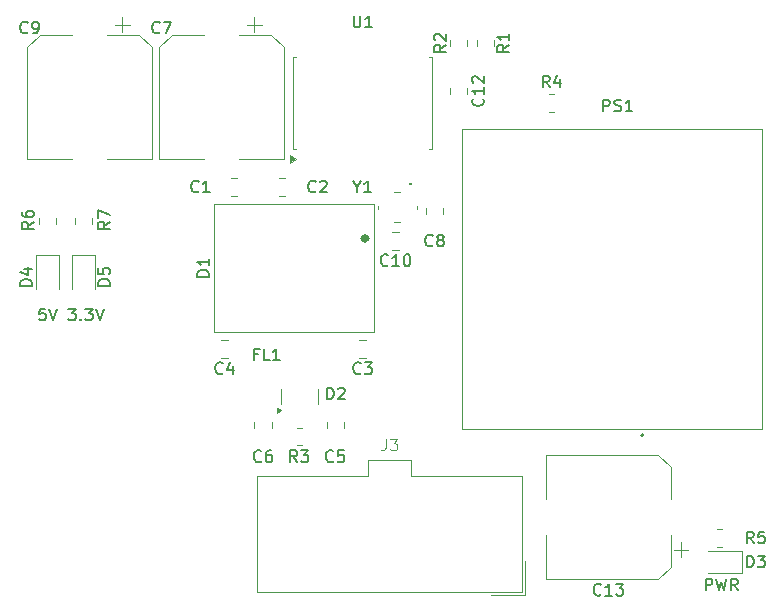
<source format=gbr>
%TF.GenerationSoftware,KiCad,Pcbnew,8.0.3-8.0.3-0~ubuntu23.10.1*%
%TF.CreationDate,2024-09-16T17:13:33+03:00*%
%TF.ProjectId,Raspberry Pi 5 shield,52617370-6265-4727-9279-205069203520,rev?*%
%TF.SameCoordinates,Original*%
%TF.FileFunction,Legend,Top*%
%TF.FilePolarity,Positive*%
%FSLAX46Y46*%
G04 Gerber Fmt 4.6, Leading zero omitted, Abs format (unit mm)*
G04 Created by KiCad (PCBNEW 8.0.3-8.0.3-0~ubuntu23.10.1) date 2024-09-16 17:13:33*
%MOMM*%
%LPD*%
G01*
G04 APERTURE LIST*
%ADD10C,0.150000*%
%ADD11C,0.100000*%
%ADD12C,0.120000*%
%ADD13C,0.200000*%
%ADD14C,0.101600*%
%ADD15C,0.500000*%
G04 APERTURE END LIST*
D10*
X109207541Y-97287819D02*
X109826588Y-97287819D01*
X109826588Y-97287819D02*
X109493255Y-97668771D01*
X109493255Y-97668771D02*
X109636112Y-97668771D01*
X109636112Y-97668771D02*
X109731350Y-97716390D01*
X109731350Y-97716390D02*
X109778969Y-97764009D01*
X109778969Y-97764009D02*
X109826588Y-97859247D01*
X109826588Y-97859247D02*
X109826588Y-98097342D01*
X109826588Y-98097342D02*
X109778969Y-98192580D01*
X109778969Y-98192580D02*
X109731350Y-98240200D01*
X109731350Y-98240200D02*
X109636112Y-98287819D01*
X109636112Y-98287819D02*
X109350398Y-98287819D01*
X109350398Y-98287819D02*
X109255160Y-98240200D01*
X109255160Y-98240200D02*
X109207541Y-98192580D01*
X110255160Y-98192580D02*
X110302779Y-98240200D01*
X110302779Y-98240200D02*
X110255160Y-98287819D01*
X110255160Y-98287819D02*
X110207541Y-98240200D01*
X110207541Y-98240200D02*
X110255160Y-98192580D01*
X110255160Y-98192580D02*
X110255160Y-98287819D01*
X110636112Y-97287819D02*
X111255159Y-97287819D01*
X111255159Y-97287819D02*
X110921826Y-97668771D01*
X110921826Y-97668771D02*
X111064683Y-97668771D01*
X111064683Y-97668771D02*
X111159921Y-97716390D01*
X111159921Y-97716390D02*
X111207540Y-97764009D01*
X111207540Y-97764009D02*
X111255159Y-97859247D01*
X111255159Y-97859247D02*
X111255159Y-98097342D01*
X111255159Y-98097342D02*
X111207540Y-98192580D01*
X111207540Y-98192580D02*
X111159921Y-98240200D01*
X111159921Y-98240200D02*
X111064683Y-98287819D01*
X111064683Y-98287819D02*
X110778969Y-98287819D01*
X110778969Y-98287819D02*
X110683731Y-98240200D01*
X110683731Y-98240200D02*
X110636112Y-98192580D01*
X111540874Y-97287819D02*
X111874207Y-98287819D01*
X111874207Y-98287819D02*
X112207540Y-97287819D01*
X107238969Y-97287819D02*
X106762779Y-97287819D01*
X106762779Y-97287819D02*
X106715160Y-97764009D01*
X106715160Y-97764009D02*
X106762779Y-97716390D01*
X106762779Y-97716390D02*
X106858017Y-97668771D01*
X106858017Y-97668771D02*
X107096112Y-97668771D01*
X107096112Y-97668771D02*
X107191350Y-97716390D01*
X107191350Y-97716390D02*
X107238969Y-97764009D01*
X107238969Y-97764009D02*
X107286588Y-97859247D01*
X107286588Y-97859247D02*
X107286588Y-98097342D01*
X107286588Y-98097342D02*
X107238969Y-98192580D01*
X107238969Y-98192580D02*
X107191350Y-98240200D01*
X107191350Y-98240200D02*
X107096112Y-98287819D01*
X107096112Y-98287819D02*
X106858017Y-98287819D01*
X106858017Y-98287819D02*
X106762779Y-98240200D01*
X106762779Y-98240200D02*
X106715160Y-98192580D01*
X107572303Y-97287819D02*
X107905636Y-98287819D01*
X107905636Y-98287819D02*
X108238969Y-97287819D01*
X163150779Y-121147819D02*
X163150779Y-120147819D01*
X163150779Y-120147819D02*
X163531731Y-120147819D01*
X163531731Y-120147819D02*
X163626969Y-120195438D01*
X163626969Y-120195438D02*
X163674588Y-120243057D01*
X163674588Y-120243057D02*
X163722207Y-120338295D01*
X163722207Y-120338295D02*
X163722207Y-120481152D01*
X163722207Y-120481152D02*
X163674588Y-120576390D01*
X163674588Y-120576390D02*
X163626969Y-120624009D01*
X163626969Y-120624009D02*
X163531731Y-120671628D01*
X163531731Y-120671628D02*
X163150779Y-120671628D01*
X164055541Y-120147819D02*
X164293636Y-121147819D01*
X164293636Y-121147819D02*
X164484112Y-120433533D01*
X164484112Y-120433533D02*
X164674588Y-121147819D01*
X164674588Y-121147819D02*
X164912684Y-120147819D01*
X165865064Y-121147819D02*
X165531731Y-120671628D01*
X165293636Y-121147819D02*
X165293636Y-120147819D01*
X165293636Y-120147819D02*
X165674588Y-120147819D01*
X165674588Y-120147819D02*
X165769826Y-120195438D01*
X165769826Y-120195438D02*
X165817445Y-120243057D01*
X165817445Y-120243057D02*
X165865064Y-120338295D01*
X165865064Y-120338295D02*
X165865064Y-120481152D01*
X165865064Y-120481152D02*
X165817445Y-120576390D01*
X165817445Y-120576390D02*
X165769826Y-120624009D01*
X165769826Y-120624009D02*
X165674588Y-120671628D01*
X165674588Y-120671628D02*
X165293636Y-120671628D01*
X133945333Y-102743580D02*
X133897714Y-102791200D01*
X133897714Y-102791200D02*
X133754857Y-102838819D01*
X133754857Y-102838819D02*
X133659619Y-102838819D01*
X133659619Y-102838819D02*
X133516762Y-102791200D01*
X133516762Y-102791200D02*
X133421524Y-102695961D01*
X133421524Y-102695961D02*
X133373905Y-102600723D01*
X133373905Y-102600723D02*
X133326286Y-102410247D01*
X133326286Y-102410247D02*
X133326286Y-102267390D01*
X133326286Y-102267390D02*
X133373905Y-102076914D01*
X133373905Y-102076914D02*
X133421524Y-101981676D01*
X133421524Y-101981676D02*
X133516762Y-101886438D01*
X133516762Y-101886438D02*
X133659619Y-101838819D01*
X133659619Y-101838819D02*
X133754857Y-101838819D01*
X133754857Y-101838819D02*
X133897714Y-101886438D01*
X133897714Y-101886438D02*
X133945333Y-101934057D01*
X134278667Y-101838819D02*
X134897714Y-101838819D01*
X134897714Y-101838819D02*
X134564381Y-102219771D01*
X134564381Y-102219771D02*
X134707238Y-102219771D01*
X134707238Y-102219771D02*
X134802476Y-102267390D01*
X134802476Y-102267390D02*
X134850095Y-102315009D01*
X134850095Y-102315009D02*
X134897714Y-102410247D01*
X134897714Y-102410247D02*
X134897714Y-102648342D01*
X134897714Y-102648342D02*
X134850095Y-102743580D01*
X134850095Y-102743580D02*
X134802476Y-102791200D01*
X134802476Y-102791200D02*
X134707238Y-102838819D01*
X134707238Y-102838819D02*
X134421524Y-102838819D01*
X134421524Y-102838819D02*
X134326286Y-102791200D01*
X134326286Y-102791200D02*
X134278667Y-102743580D01*
X106253819Y-89948666D02*
X105777628Y-90281999D01*
X106253819Y-90520094D02*
X105253819Y-90520094D01*
X105253819Y-90520094D02*
X105253819Y-90139142D01*
X105253819Y-90139142D02*
X105301438Y-90043904D01*
X105301438Y-90043904D02*
X105349057Y-89996285D01*
X105349057Y-89996285D02*
X105444295Y-89948666D01*
X105444295Y-89948666D02*
X105587152Y-89948666D01*
X105587152Y-89948666D02*
X105682390Y-89996285D01*
X105682390Y-89996285D02*
X105730009Y-90043904D01*
X105730009Y-90043904D02*
X105777628Y-90139142D01*
X105777628Y-90139142D02*
X105777628Y-90520094D01*
X105253819Y-89091523D02*
X105253819Y-89281999D01*
X105253819Y-89281999D02*
X105301438Y-89377237D01*
X105301438Y-89377237D02*
X105349057Y-89424856D01*
X105349057Y-89424856D02*
X105491914Y-89520094D01*
X105491914Y-89520094D02*
X105682390Y-89567713D01*
X105682390Y-89567713D02*
X106063342Y-89567713D01*
X106063342Y-89567713D02*
X106158580Y-89520094D01*
X106158580Y-89520094D02*
X106206200Y-89472475D01*
X106206200Y-89472475D02*
X106253819Y-89377237D01*
X106253819Y-89377237D02*
X106253819Y-89186761D01*
X106253819Y-89186761D02*
X106206200Y-89091523D01*
X106206200Y-89091523D02*
X106158580Y-89043904D01*
X106158580Y-89043904D02*
X106063342Y-88996285D01*
X106063342Y-88996285D02*
X105825247Y-88996285D01*
X105825247Y-88996285D02*
X105730009Y-89043904D01*
X105730009Y-89043904D02*
X105682390Y-89091523D01*
X105682390Y-89091523D02*
X105634771Y-89186761D01*
X105634771Y-89186761D02*
X105634771Y-89377237D01*
X105634771Y-89377237D02*
X105682390Y-89472475D01*
X105682390Y-89472475D02*
X105730009Y-89520094D01*
X105730009Y-89520094D02*
X105825247Y-89567713D01*
X149947333Y-78552819D02*
X149614000Y-78076628D01*
X149375905Y-78552819D02*
X149375905Y-77552819D01*
X149375905Y-77552819D02*
X149756857Y-77552819D01*
X149756857Y-77552819D02*
X149852095Y-77600438D01*
X149852095Y-77600438D02*
X149899714Y-77648057D01*
X149899714Y-77648057D02*
X149947333Y-77743295D01*
X149947333Y-77743295D02*
X149947333Y-77886152D01*
X149947333Y-77886152D02*
X149899714Y-77981390D01*
X149899714Y-77981390D02*
X149852095Y-78029009D01*
X149852095Y-78029009D02*
X149756857Y-78076628D01*
X149756857Y-78076628D02*
X149375905Y-78076628D01*
X150804476Y-77886152D02*
X150804476Y-78552819D01*
X150566381Y-77505200D02*
X150328286Y-78219485D01*
X150328286Y-78219485D02*
X150947333Y-78219485D01*
X120229333Y-87347580D02*
X120181714Y-87395200D01*
X120181714Y-87395200D02*
X120038857Y-87442819D01*
X120038857Y-87442819D02*
X119943619Y-87442819D01*
X119943619Y-87442819D02*
X119800762Y-87395200D01*
X119800762Y-87395200D02*
X119705524Y-87299961D01*
X119705524Y-87299961D02*
X119657905Y-87204723D01*
X119657905Y-87204723D02*
X119610286Y-87014247D01*
X119610286Y-87014247D02*
X119610286Y-86871390D01*
X119610286Y-86871390D02*
X119657905Y-86680914D01*
X119657905Y-86680914D02*
X119705524Y-86585676D01*
X119705524Y-86585676D02*
X119800762Y-86490438D01*
X119800762Y-86490438D02*
X119943619Y-86442819D01*
X119943619Y-86442819D02*
X120038857Y-86442819D01*
X120038857Y-86442819D02*
X120181714Y-86490438D01*
X120181714Y-86490438D02*
X120229333Y-86538057D01*
X121181714Y-87442819D02*
X120610286Y-87442819D01*
X120896000Y-87442819D02*
X120896000Y-86442819D01*
X120896000Y-86442819D02*
X120800762Y-86585676D01*
X120800762Y-86585676D02*
X120705524Y-86680914D01*
X120705524Y-86680914D02*
X120610286Y-86728533D01*
X141170819Y-74962666D02*
X140694628Y-75295999D01*
X141170819Y-75534094D02*
X140170819Y-75534094D01*
X140170819Y-75534094D02*
X140170819Y-75153142D01*
X140170819Y-75153142D02*
X140218438Y-75057904D01*
X140218438Y-75057904D02*
X140266057Y-75010285D01*
X140266057Y-75010285D02*
X140361295Y-74962666D01*
X140361295Y-74962666D02*
X140504152Y-74962666D01*
X140504152Y-74962666D02*
X140599390Y-75010285D01*
X140599390Y-75010285D02*
X140647009Y-75057904D01*
X140647009Y-75057904D02*
X140694628Y-75153142D01*
X140694628Y-75153142D02*
X140694628Y-75534094D01*
X140266057Y-74581713D02*
X140218438Y-74534094D01*
X140218438Y-74534094D02*
X140170819Y-74438856D01*
X140170819Y-74438856D02*
X140170819Y-74200761D01*
X140170819Y-74200761D02*
X140218438Y-74105523D01*
X140218438Y-74105523D02*
X140266057Y-74057904D01*
X140266057Y-74057904D02*
X140361295Y-74010285D01*
X140361295Y-74010285D02*
X140456533Y-74010285D01*
X140456533Y-74010285D02*
X140599390Y-74057904D01*
X140599390Y-74057904D02*
X141170819Y-74629332D01*
X141170819Y-74629332D02*
X141170819Y-74010285D01*
X133635809Y-86966628D02*
X133635809Y-87442819D01*
X133302476Y-86442819D02*
X133635809Y-86966628D01*
X133635809Y-86966628D02*
X133969142Y-86442819D01*
X134826285Y-87442819D02*
X134254857Y-87442819D01*
X134540571Y-87442819D02*
X134540571Y-86442819D01*
X134540571Y-86442819D02*
X134445333Y-86585676D01*
X134445333Y-86585676D02*
X134350095Y-86680914D01*
X134350095Y-86680914D02*
X134254857Y-86728533D01*
X154487714Y-80584819D02*
X154487714Y-79584819D01*
X154487714Y-79584819D02*
X154868666Y-79584819D01*
X154868666Y-79584819D02*
X154963904Y-79632438D01*
X154963904Y-79632438D02*
X155011523Y-79680057D01*
X155011523Y-79680057D02*
X155059142Y-79775295D01*
X155059142Y-79775295D02*
X155059142Y-79918152D01*
X155059142Y-79918152D02*
X155011523Y-80013390D01*
X155011523Y-80013390D02*
X154963904Y-80061009D01*
X154963904Y-80061009D02*
X154868666Y-80108628D01*
X154868666Y-80108628D02*
X154487714Y-80108628D01*
X155440095Y-80537200D02*
X155582952Y-80584819D01*
X155582952Y-80584819D02*
X155821047Y-80584819D01*
X155821047Y-80584819D02*
X155916285Y-80537200D01*
X155916285Y-80537200D02*
X155963904Y-80489580D01*
X155963904Y-80489580D02*
X156011523Y-80394342D01*
X156011523Y-80394342D02*
X156011523Y-80299104D01*
X156011523Y-80299104D02*
X155963904Y-80203866D01*
X155963904Y-80203866D02*
X155916285Y-80156247D01*
X155916285Y-80156247D02*
X155821047Y-80108628D01*
X155821047Y-80108628D02*
X155630571Y-80061009D01*
X155630571Y-80061009D02*
X155535333Y-80013390D01*
X155535333Y-80013390D02*
X155487714Y-79965771D01*
X155487714Y-79965771D02*
X155440095Y-79870533D01*
X155440095Y-79870533D02*
X155440095Y-79775295D01*
X155440095Y-79775295D02*
X155487714Y-79680057D01*
X155487714Y-79680057D02*
X155535333Y-79632438D01*
X155535333Y-79632438D02*
X155630571Y-79584819D01*
X155630571Y-79584819D02*
X155868666Y-79584819D01*
X155868666Y-79584819D02*
X156011523Y-79632438D01*
X156963904Y-80584819D02*
X156392476Y-80584819D01*
X156678190Y-80584819D02*
X156678190Y-79584819D01*
X156678190Y-79584819D02*
X156582952Y-79727676D01*
X156582952Y-79727676D02*
X156487714Y-79822914D01*
X156487714Y-79822914D02*
X156392476Y-79870533D01*
X130135333Y-87347580D02*
X130087714Y-87395200D01*
X130087714Y-87395200D02*
X129944857Y-87442819D01*
X129944857Y-87442819D02*
X129849619Y-87442819D01*
X129849619Y-87442819D02*
X129706762Y-87395200D01*
X129706762Y-87395200D02*
X129611524Y-87299961D01*
X129611524Y-87299961D02*
X129563905Y-87204723D01*
X129563905Y-87204723D02*
X129516286Y-87014247D01*
X129516286Y-87014247D02*
X129516286Y-86871390D01*
X129516286Y-86871390D02*
X129563905Y-86680914D01*
X129563905Y-86680914D02*
X129611524Y-86585676D01*
X129611524Y-86585676D02*
X129706762Y-86490438D01*
X129706762Y-86490438D02*
X129849619Y-86442819D01*
X129849619Y-86442819D02*
X129944857Y-86442819D01*
X129944857Y-86442819D02*
X130087714Y-86490438D01*
X130087714Y-86490438D02*
X130135333Y-86538057D01*
X130516286Y-86538057D02*
X130563905Y-86490438D01*
X130563905Y-86490438D02*
X130659143Y-86442819D01*
X130659143Y-86442819D02*
X130897238Y-86442819D01*
X130897238Y-86442819D02*
X130992476Y-86490438D01*
X130992476Y-86490438D02*
X131040095Y-86538057D01*
X131040095Y-86538057D02*
X131087714Y-86633295D01*
X131087714Y-86633295D02*
X131087714Y-86728533D01*
X131087714Y-86728533D02*
X131040095Y-86871390D01*
X131040095Y-86871390D02*
X130468667Y-87442819D01*
X130468667Y-87442819D02*
X131087714Y-87442819D01*
X131087905Y-104968819D02*
X131087905Y-103968819D01*
X131087905Y-103968819D02*
X131326000Y-103968819D01*
X131326000Y-103968819D02*
X131468857Y-104016438D01*
X131468857Y-104016438D02*
X131564095Y-104111676D01*
X131564095Y-104111676D02*
X131611714Y-104206914D01*
X131611714Y-104206914D02*
X131659333Y-104397390D01*
X131659333Y-104397390D02*
X131659333Y-104540247D01*
X131659333Y-104540247D02*
X131611714Y-104730723D01*
X131611714Y-104730723D02*
X131564095Y-104825961D01*
X131564095Y-104825961D02*
X131468857Y-104921200D01*
X131468857Y-104921200D02*
X131326000Y-104968819D01*
X131326000Y-104968819D02*
X131087905Y-104968819D01*
X132040286Y-104064057D02*
X132087905Y-104016438D01*
X132087905Y-104016438D02*
X132183143Y-103968819D01*
X132183143Y-103968819D02*
X132421238Y-103968819D01*
X132421238Y-103968819D02*
X132516476Y-104016438D01*
X132516476Y-104016438D02*
X132564095Y-104064057D01*
X132564095Y-104064057D02*
X132611714Y-104159295D01*
X132611714Y-104159295D02*
X132611714Y-104254533D01*
X132611714Y-104254533D02*
X132564095Y-104397390D01*
X132564095Y-104397390D02*
X131992667Y-104968819D01*
X131992667Y-104968819D02*
X132611714Y-104968819D01*
X136263142Y-93599580D02*
X136215523Y-93647200D01*
X136215523Y-93647200D02*
X136072666Y-93694819D01*
X136072666Y-93694819D02*
X135977428Y-93694819D01*
X135977428Y-93694819D02*
X135834571Y-93647200D01*
X135834571Y-93647200D02*
X135739333Y-93551961D01*
X135739333Y-93551961D02*
X135691714Y-93456723D01*
X135691714Y-93456723D02*
X135644095Y-93266247D01*
X135644095Y-93266247D02*
X135644095Y-93123390D01*
X135644095Y-93123390D02*
X135691714Y-92932914D01*
X135691714Y-92932914D02*
X135739333Y-92837676D01*
X135739333Y-92837676D02*
X135834571Y-92742438D01*
X135834571Y-92742438D02*
X135977428Y-92694819D01*
X135977428Y-92694819D02*
X136072666Y-92694819D01*
X136072666Y-92694819D02*
X136215523Y-92742438D01*
X136215523Y-92742438D02*
X136263142Y-92790057D01*
X137215523Y-93694819D02*
X136644095Y-93694819D01*
X136929809Y-93694819D02*
X136929809Y-92694819D01*
X136929809Y-92694819D02*
X136834571Y-92837676D01*
X136834571Y-92837676D02*
X136739333Y-92932914D01*
X136739333Y-92932914D02*
X136644095Y-92980533D01*
X137834571Y-92694819D02*
X137929809Y-92694819D01*
X137929809Y-92694819D02*
X138025047Y-92742438D01*
X138025047Y-92742438D02*
X138072666Y-92790057D01*
X138072666Y-92790057D02*
X138120285Y-92885295D01*
X138120285Y-92885295D02*
X138167904Y-93075771D01*
X138167904Y-93075771D02*
X138167904Y-93313866D01*
X138167904Y-93313866D02*
X138120285Y-93504342D01*
X138120285Y-93504342D02*
X138072666Y-93599580D01*
X138072666Y-93599580D02*
X138025047Y-93647200D01*
X138025047Y-93647200D02*
X137929809Y-93694819D01*
X137929809Y-93694819D02*
X137834571Y-93694819D01*
X137834571Y-93694819D02*
X137739333Y-93647200D01*
X137739333Y-93647200D02*
X137691714Y-93599580D01*
X137691714Y-93599580D02*
X137644095Y-93504342D01*
X137644095Y-93504342D02*
X137596476Y-93313866D01*
X137596476Y-93313866D02*
X137596476Y-93075771D01*
X137596476Y-93075771D02*
X137644095Y-92885295D01*
X137644095Y-92885295D02*
X137691714Y-92790057D01*
X137691714Y-92790057D02*
X137739333Y-92742438D01*
X137739333Y-92742438D02*
X137834571Y-92694819D01*
X125525833Y-110187080D02*
X125478214Y-110234700D01*
X125478214Y-110234700D02*
X125335357Y-110282319D01*
X125335357Y-110282319D02*
X125240119Y-110282319D01*
X125240119Y-110282319D02*
X125097262Y-110234700D01*
X125097262Y-110234700D02*
X125002024Y-110139461D01*
X125002024Y-110139461D02*
X124954405Y-110044223D01*
X124954405Y-110044223D02*
X124906786Y-109853747D01*
X124906786Y-109853747D02*
X124906786Y-109710890D01*
X124906786Y-109710890D02*
X124954405Y-109520414D01*
X124954405Y-109520414D02*
X125002024Y-109425176D01*
X125002024Y-109425176D02*
X125097262Y-109329938D01*
X125097262Y-109329938D02*
X125240119Y-109282319D01*
X125240119Y-109282319D02*
X125335357Y-109282319D01*
X125335357Y-109282319D02*
X125478214Y-109329938D01*
X125478214Y-109329938D02*
X125525833Y-109377557D01*
X126382976Y-109282319D02*
X126192500Y-109282319D01*
X126192500Y-109282319D02*
X126097262Y-109329938D01*
X126097262Y-109329938D02*
X126049643Y-109377557D01*
X126049643Y-109377557D02*
X125954405Y-109520414D01*
X125954405Y-109520414D02*
X125906786Y-109710890D01*
X125906786Y-109710890D02*
X125906786Y-110091842D01*
X125906786Y-110091842D02*
X125954405Y-110187080D01*
X125954405Y-110187080D02*
X126002024Y-110234700D01*
X126002024Y-110234700D02*
X126097262Y-110282319D01*
X126097262Y-110282319D02*
X126287738Y-110282319D01*
X126287738Y-110282319D02*
X126382976Y-110234700D01*
X126382976Y-110234700D02*
X126430595Y-110187080D01*
X126430595Y-110187080D02*
X126478214Y-110091842D01*
X126478214Y-110091842D02*
X126478214Y-109853747D01*
X126478214Y-109853747D02*
X126430595Y-109758509D01*
X126430595Y-109758509D02*
X126382976Y-109710890D01*
X126382976Y-109710890D02*
X126287738Y-109663271D01*
X126287738Y-109663271D02*
X126097262Y-109663271D01*
X126097262Y-109663271D02*
X126002024Y-109710890D01*
X126002024Y-109710890D02*
X125954405Y-109758509D01*
X125954405Y-109758509D02*
X125906786Y-109853747D01*
D11*
X136064666Y-108289419D02*
X136064666Y-109003704D01*
X136064666Y-109003704D02*
X136017047Y-109146561D01*
X136017047Y-109146561D02*
X135921809Y-109241800D01*
X135921809Y-109241800D02*
X135778952Y-109289419D01*
X135778952Y-109289419D02*
X135683714Y-109289419D01*
X136445619Y-108289419D02*
X137064666Y-108289419D01*
X137064666Y-108289419D02*
X136731333Y-108670371D01*
X136731333Y-108670371D02*
X136874190Y-108670371D01*
X136874190Y-108670371D02*
X136969428Y-108717990D01*
X136969428Y-108717990D02*
X137017047Y-108765609D01*
X137017047Y-108765609D02*
X137064666Y-108860847D01*
X137064666Y-108860847D02*
X137064666Y-109098942D01*
X137064666Y-109098942D02*
X137017047Y-109194180D01*
X137017047Y-109194180D02*
X136969428Y-109241800D01*
X136969428Y-109241800D02*
X136874190Y-109289419D01*
X136874190Y-109289419D02*
X136588476Y-109289419D01*
X136588476Y-109289419D02*
X136493238Y-109241800D01*
X136493238Y-109241800D02*
X136445619Y-109194180D01*
D10*
X146504819Y-74962666D02*
X146028628Y-75295999D01*
X146504819Y-75534094D02*
X145504819Y-75534094D01*
X145504819Y-75534094D02*
X145504819Y-75153142D01*
X145504819Y-75153142D02*
X145552438Y-75057904D01*
X145552438Y-75057904D02*
X145600057Y-75010285D01*
X145600057Y-75010285D02*
X145695295Y-74962666D01*
X145695295Y-74962666D02*
X145838152Y-74962666D01*
X145838152Y-74962666D02*
X145933390Y-75010285D01*
X145933390Y-75010285D02*
X145981009Y-75057904D01*
X145981009Y-75057904D02*
X146028628Y-75153142D01*
X146028628Y-75153142D02*
X146028628Y-75534094D01*
X146504819Y-74010285D02*
X146504819Y-74581713D01*
X146504819Y-74295999D02*
X145504819Y-74295999D01*
X145504819Y-74295999D02*
X145647676Y-74391237D01*
X145647676Y-74391237D02*
X145742914Y-74486475D01*
X145742914Y-74486475D02*
X145790533Y-74581713D01*
X128573833Y-110282319D02*
X128240500Y-109806128D01*
X128002405Y-110282319D02*
X128002405Y-109282319D01*
X128002405Y-109282319D02*
X128383357Y-109282319D01*
X128383357Y-109282319D02*
X128478595Y-109329938D01*
X128478595Y-109329938D02*
X128526214Y-109377557D01*
X128526214Y-109377557D02*
X128573833Y-109472795D01*
X128573833Y-109472795D02*
X128573833Y-109615652D01*
X128573833Y-109615652D02*
X128526214Y-109710890D01*
X128526214Y-109710890D02*
X128478595Y-109758509D01*
X128478595Y-109758509D02*
X128383357Y-109806128D01*
X128383357Y-109806128D02*
X128002405Y-109806128D01*
X128907167Y-109282319D02*
X129526214Y-109282319D01*
X129526214Y-109282319D02*
X129192881Y-109663271D01*
X129192881Y-109663271D02*
X129335738Y-109663271D01*
X129335738Y-109663271D02*
X129430976Y-109710890D01*
X129430976Y-109710890D02*
X129478595Y-109758509D01*
X129478595Y-109758509D02*
X129526214Y-109853747D01*
X129526214Y-109853747D02*
X129526214Y-110091842D01*
X129526214Y-110091842D02*
X129478595Y-110187080D01*
X129478595Y-110187080D02*
X129430976Y-110234700D01*
X129430976Y-110234700D02*
X129335738Y-110282319D01*
X129335738Y-110282319D02*
X129050024Y-110282319D01*
X129050024Y-110282319D02*
X128954786Y-110234700D01*
X128954786Y-110234700D02*
X128907167Y-110187080D01*
X106118819Y-95364094D02*
X105118819Y-95364094D01*
X105118819Y-95364094D02*
X105118819Y-95125999D01*
X105118819Y-95125999D02*
X105166438Y-94983142D01*
X105166438Y-94983142D02*
X105261676Y-94887904D01*
X105261676Y-94887904D02*
X105356914Y-94840285D01*
X105356914Y-94840285D02*
X105547390Y-94792666D01*
X105547390Y-94792666D02*
X105690247Y-94792666D01*
X105690247Y-94792666D02*
X105880723Y-94840285D01*
X105880723Y-94840285D02*
X105975961Y-94887904D01*
X105975961Y-94887904D02*
X106071200Y-94983142D01*
X106071200Y-94983142D02*
X106118819Y-95125999D01*
X106118819Y-95125999D02*
X106118819Y-95364094D01*
X105452152Y-93935523D02*
X106118819Y-93935523D01*
X105071200Y-94173618D02*
X105785485Y-94411713D01*
X105785485Y-94411713D02*
X105785485Y-93792666D01*
X154297142Y-121487580D02*
X154249523Y-121535200D01*
X154249523Y-121535200D02*
X154106666Y-121582819D01*
X154106666Y-121582819D02*
X154011428Y-121582819D01*
X154011428Y-121582819D02*
X153868571Y-121535200D01*
X153868571Y-121535200D02*
X153773333Y-121439961D01*
X153773333Y-121439961D02*
X153725714Y-121344723D01*
X153725714Y-121344723D02*
X153678095Y-121154247D01*
X153678095Y-121154247D02*
X153678095Y-121011390D01*
X153678095Y-121011390D02*
X153725714Y-120820914D01*
X153725714Y-120820914D02*
X153773333Y-120725676D01*
X153773333Y-120725676D02*
X153868571Y-120630438D01*
X153868571Y-120630438D02*
X154011428Y-120582819D01*
X154011428Y-120582819D02*
X154106666Y-120582819D01*
X154106666Y-120582819D02*
X154249523Y-120630438D01*
X154249523Y-120630438D02*
X154297142Y-120678057D01*
X155249523Y-121582819D02*
X154678095Y-121582819D01*
X154963809Y-121582819D02*
X154963809Y-120582819D01*
X154963809Y-120582819D02*
X154868571Y-120725676D01*
X154868571Y-120725676D02*
X154773333Y-120820914D01*
X154773333Y-120820914D02*
X154678095Y-120868533D01*
X155582857Y-120582819D02*
X156201904Y-120582819D01*
X156201904Y-120582819D02*
X155868571Y-120963771D01*
X155868571Y-120963771D02*
X156011428Y-120963771D01*
X156011428Y-120963771D02*
X156106666Y-121011390D01*
X156106666Y-121011390D02*
X156154285Y-121059009D01*
X156154285Y-121059009D02*
X156201904Y-121154247D01*
X156201904Y-121154247D02*
X156201904Y-121392342D01*
X156201904Y-121392342D02*
X156154285Y-121487580D01*
X156154285Y-121487580D02*
X156106666Y-121535200D01*
X156106666Y-121535200D02*
X156011428Y-121582819D01*
X156011428Y-121582819D02*
X155725714Y-121582819D01*
X155725714Y-121582819D02*
X155630476Y-121535200D01*
X155630476Y-121535200D02*
X155582857Y-121487580D01*
X116927333Y-73885580D02*
X116879714Y-73933200D01*
X116879714Y-73933200D02*
X116736857Y-73980819D01*
X116736857Y-73980819D02*
X116641619Y-73980819D01*
X116641619Y-73980819D02*
X116498762Y-73933200D01*
X116498762Y-73933200D02*
X116403524Y-73837961D01*
X116403524Y-73837961D02*
X116355905Y-73742723D01*
X116355905Y-73742723D02*
X116308286Y-73552247D01*
X116308286Y-73552247D02*
X116308286Y-73409390D01*
X116308286Y-73409390D02*
X116355905Y-73218914D01*
X116355905Y-73218914D02*
X116403524Y-73123676D01*
X116403524Y-73123676D02*
X116498762Y-73028438D01*
X116498762Y-73028438D02*
X116641619Y-72980819D01*
X116641619Y-72980819D02*
X116736857Y-72980819D01*
X116736857Y-72980819D02*
X116879714Y-73028438D01*
X116879714Y-73028438D02*
X116927333Y-73076057D01*
X117260667Y-72980819D02*
X117927333Y-72980819D01*
X117927333Y-72980819D02*
X117498762Y-73980819D01*
X125245904Y-101143009D02*
X124912571Y-101143009D01*
X124912571Y-101666819D02*
X124912571Y-100666819D01*
X124912571Y-100666819D02*
X125388761Y-100666819D01*
X126245904Y-101666819D02*
X125769714Y-101666819D01*
X125769714Y-101666819D02*
X125769714Y-100666819D01*
X127103047Y-101666819D02*
X126531619Y-101666819D01*
X126817333Y-101666819D02*
X126817333Y-100666819D01*
X126817333Y-100666819D02*
X126722095Y-100809676D01*
X126722095Y-100809676D02*
X126626857Y-100904914D01*
X126626857Y-100904914D02*
X126531619Y-100952533D01*
X167219333Y-117160819D02*
X166886000Y-116684628D01*
X166647905Y-117160819D02*
X166647905Y-116160819D01*
X166647905Y-116160819D02*
X167028857Y-116160819D01*
X167028857Y-116160819D02*
X167124095Y-116208438D01*
X167124095Y-116208438D02*
X167171714Y-116256057D01*
X167171714Y-116256057D02*
X167219333Y-116351295D01*
X167219333Y-116351295D02*
X167219333Y-116494152D01*
X167219333Y-116494152D02*
X167171714Y-116589390D01*
X167171714Y-116589390D02*
X167124095Y-116637009D01*
X167124095Y-116637009D02*
X167028857Y-116684628D01*
X167028857Y-116684628D02*
X166647905Y-116684628D01*
X168124095Y-116160819D02*
X167647905Y-116160819D01*
X167647905Y-116160819D02*
X167600286Y-116637009D01*
X167600286Y-116637009D02*
X167647905Y-116589390D01*
X167647905Y-116589390D02*
X167743143Y-116541771D01*
X167743143Y-116541771D02*
X167981238Y-116541771D01*
X167981238Y-116541771D02*
X168076476Y-116589390D01*
X168076476Y-116589390D02*
X168124095Y-116637009D01*
X168124095Y-116637009D02*
X168171714Y-116732247D01*
X168171714Y-116732247D02*
X168171714Y-116970342D01*
X168171714Y-116970342D02*
X168124095Y-117065580D01*
X168124095Y-117065580D02*
X168076476Y-117113200D01*
X168076476Y-117113200D02*
X167981238Y-117160819D01*
X167981238Y-117160819D02*
X167743143Y-117160819D01*
X167743143Y-117160819D02*
X167647905Y-117113200D01*
X167647905Y-117113200D02*
X167600286Y-117065580D01*
X166647905Y-119192819D02*
X166647905Y-118192819D01*
X166647905Y-118192819D02*
X166886000Y-118192819D01*
X166886000Y-118192819D02*
X167028857Y-118240438D01*
X167028857Y-118240438D02*
X167124095Y-118335676D01*
X167124095Y-118335676D02*
X167171714Y-118430914D01*
X167171714Y-118430914D02*
X167219333Y-118621390D01*
X167219333Y-118621390D02*
X167219333Y-118764247D01*
X167219333Y-118764247D02*
X167171714Y-118954723D01*
X167171714Y-118954723D02*
X167124095Y-119049961D01*
X167124095Y-119049961D02*
X167028857Y-119145200D01*
X167028857Y-119145200D02*
X166886000Y-119192819D01*
X166886000Y-119192819D02*
X166647905Y-119192819D01*
X167552667Y-118192819D02*
X168171714Y-118192819D01*
X168171714Y-118192819D02*
X167838381Y-118573771D01*
X167838381Y-118573771D02*
X167981238Y-118573771D01*
X167981238Y-118573771D02*
X168076476Y-118621390D01*
X168076476Y-118621390D02*
X168124095Y-118669009D01*
X168124095Y-118669009D02*
X168171714Y-118764247D01*
X168171714Y-118764247D02*
X168171714Y-119002342D01*
X168171714Y-119002342D02*
X168124095Y-119097580D01*
X168124095Y-119097580D02*
X168076476Y-119145200D01*
X168076476Y-119145200D02*
X167981238Y-119192819D01*
X167981238Y-119192819D02*
X167695524Y-119192819D01*
X167695524Y-119192819D02*
X167600286Y-119145200D01*
X167600286Y-119145200D02*
X167552667Y-119097580D01*
X140041333Y-91919580D02*
X139993714Y-91967200D01*
X139993714Y-91967200D02*
X139850857Y-92014819D01*
X139850857Y-92014819D02*
X139755619Y-92014819D01*
X139755619Y-92014819D02*
X139612762Y-91967200D01*
X139612762Y-91967200D02*
X139517524Y-91871961D01*
X139517524Y-91871961D02*
X139469905Y-91776723D01*
X139469905Y-91776723D02*
X139422286Y-91586247D01*
X139422286Y-91586247D02*
X139422286Y-91443390D01*
X139422286Y-91443390D02*
X139469905Y-91252914D01*
X139469905Y-91252914D02*
X139517524Y-91157676D01*
X139517524Y-91157676D02*
X139612762Y-91062438D01*
X139612762Y-91062438D02*
X139755619Y-91014819D01*
X139755619Y-91014819D02*
X139850857Y-91014819D01*
X139850857Y-91014819D02*
X139993714Y-91062438D01*
X139993714Y-91062438D02*
X140041333Y-91110057D01*
X140612762Y-91443390D02*
X140517524Y-91395771D01*
X140517524Y-91395771D02*
X140469905Y-91348152D01*
X140469905Y-91348152D02*
X140422286Y-91252914D01*
X140422286Y-91252914D02*
X140422286Y-91205295D01*
X140422286Y-91205295D02*
X140469905Y-91110057D01*
X140469905Y-91110057D02*
X140517524Y-91062438D01*
X140517524Y-91062438D02*
X140612762Y-91014819D01*
X140612762Y-91014819D02*
X140803238Y-91014819D01*
X140803238Y-91014819D02*
X140898476Y-91062438D01*
X140898476Y-91062438D02*
X140946095Y-91110057D01*
X140946095Y-91110057D02*
X140993714Y-91205295D01*
X140993714Y-91205295D02*
X140993714Y-91252914D01*
X140993714Y-91252914D02*
X140946095Y-91348152D01*
X140946095Y-91348152D02*
X140898476Y-91395771D01*
X140898476Y-91395771D02*
X140803238Y-91443390D01*
X140803238Y-91443390D02*
X140612762Y-91443390D01*
X140612762Y-91443390D02*
X140517524Y-91491009D01*
X140517524Y-91491009D02*
X140469905Y-91538628D01*
X140469905Y-91538628D02*
X140422286Y-91633866D01*
X140422286Y-91633866D02*
X140422286Y-91824342D01*
X140422286Y-91824342D02*
X140469905Y-91919580D01*
X140469905Y-91919580D02*
X140517524Y-91967200D01*
X140517524Y-91967200D02*
X140612762Y-92014819D01*
X140612762Y-92014819D02*
X140803238Y-92014819D01*
X140803238Y-92014819D02*
X140898476Y-91967200D01*
X140898476Y-91967200D02*
X140946095Y-91919580D01*
X140946095Y-91919580D02*
X140993714Y-91824342D01*
X140993714Y-91824342D02*
X140993714Y-91633866D01*
X140993714Y-91633866D02*
X140946095Y-91538628D01*
X140946095Y-91538628D02*
X140898476Y-91491009D01*
X140898476Y-91491009D02*
X140803238Y-91443390D01*
X144279580Y-79502857D02*
X144327200Y-79550476D01*
X144327200Y-79550476D02*
X144374819Y-79693333D01*
X144374819Y-79693333D02*
X144374819Y-79788571D01*
X144374819Y-79788571D02*
X144327200Y-79931428D01*
X144327200Y-79931428D02*
X144231961Y-80026666D01*
X144231961Y-80026666D02*
X144136723Y-80074285D01*
X144136723Y-80074285D02*
X143946247Y-80121904D01*
X143946247Y-80121904D02*
X143803390Y-80121904D01*
X143803390Y-80121904D02*
X143612914Y-80074285D01*
X143612914Y-80074285D02*
X143517676Y-80026666D01*
X143517676Y-80026666D02*
X143422438Y-79931428D01*
X143422438Y-79931428D02*
X143374819Y-79788571D01*
X143374819Y-79788571D02*
X143374819Y-79693333D01*
X143374819Y-79693333D02*
X143422438Y-79550476D01*
X143422438Y-79550476D02*
X143470057Y-79502857D01*
X144374819Y-78550476D02*
X144374819Y-79121904D01*
X144374819Y-78836190D02*
X143374819Y-78836190D01*
X143374819Y-78836190D02*
X143517676Y-78931428D01*
X143517676Y-78931428D02*
X143612914Y-79026666D01*
X143612914Y-79026666D02*
X143660533Y-79121904D01*
X143470057Y-78169523D02*
X143422438Y-78121904D01*
X143422438Y-78121904D02*
X143374819Y-78026666D01*
X143374819Y-78026666D02*
X143374819Y-77788571D01*
X143374819Y-77788571D02*
X143422438Y-77693333D01*
X143422438Y-77693333D02*
X143470057Y-77645714D01*
X143470057Y-77645714D02*
X143565295Y-77598095D01*
X143565295Y-77598095D02*
X143660533Y-77598095D01*
X143660533Y-77598095D02*
X143803390Y-77645714D01*
X143803390Y-77645714D02*
X144374819Y-78217142D01*
X144374819Y-78217142D02*
X144374819Y-77598095D01*
X112701819Y-89948666D02*
X112225628Y-90281999D01*
X112701819Y-90520094D02*
X111701819Y-90520094D01*
X111701819Y-90520094D02*
X111701819Y-90139142D01*
X111701819Y-90139142D02*
X111749438Y-90043904D01*
X111749438Y-90043904D02*
X111797057Y-89996285D01*
X111797057Y-89996285D02*
X111892295Y-89948666D01*
X111892295Y-89948666D02*
X112035152Y-89948666D01*
X112035152Y-89948666D02*
X112130390Y-89996285D01*
X112130390Y-89996285D02*
X112178009Y-90043904D01*
X112178009Y-90043904D02*
X112225628Y-90139142D01*
X112225628Y-90139142D02*
X112225628Y-90520094D01*
X111701819Y-89615332D02*
X111701819Y-88948666D01*
X111701819Y-88948666D02*
X112701819Y-89377237D01*
X133350095Y-72472819D02*
X133350095Y-73282342D01*
X133350095Y-73282342D02*
X133397714Y-73377580D01*
X133397714Y-73377580D02*
X133445333Y-73425200D01*
X133445333Y-73425200D02*
X133540571Y-73472819D01*
X133540571Y-73472819D02*
X133731047Y-73472819D01*
X133731047Y-73472819D02*
X133826285Y-73425200D01*
X133826285Y-73425200D02*
X133873904Y-73377580D01*
X133873904Y-73377580D02*
X133921523Y-73282342D01*
X133921523Y-73282342D02*
X133921523Y-72472819D01*
X134921523Y-73472819D02*
X134350095Y-73472819D01*
X134635809Y-73472819D02*
X134635809Y-72472819D01*
X134635809Y-72472819D02*
X134540571Y-72615676D01*
X134540571Y-72615676D02*
X134445333Y-72710914D01*
X134445333Y-72710914D02*
X134350095Y-72758533D01*
X121104819Y-94584094D02*
X120104819Y-94584094D01*
X120104819Y-94584094D02*
X120104819Y-94345999D01*
X120104819Y-94345999D02*
X120152438Y-94203142D01*
X120152438Y-94203142D02*
X120247676Y-94107904D01*
X120247676Y-94107904D02*
X120342914Y-94060285D01*
X120342914Y-94060285D02*
X120533390Y-94012666D01*
X120533390Y-94012666D02*
X120676247Y-94012666D01*
X120676247Y-94012666D02*
X120866723Y-94060285D01*
X120866723Y-94060285D02*
X120961961Y-94107904D01*
X120961961Y-94107904D02*
X121057200Y-94203142D01*
X121057200Y-94203142D02*
X121104819Y-94345999D01*
X121104819Y-94345999D02*
X121104819Y-94584094D01*
X121104819Y-93060285D02*
X121104819Y-93631713D01*
X121104819Y-93345999D02*
X120104819Y-93345999D01*
X120104819Y-93345999D02*
X120247676Y-93441237D01*
X120247676Y-93441237D02*
X120342914Y-93536475D01*
X120342914Y-93536475D02*
X120390533Y-93631713D01*
X112722819Y-95346094D02*
X111722819Y-95346094D01*
X111722819Y-95346094D02*
X111722819Y-95107999D01*
X111722819Y-95107999D02*
X111770438Y-94965142D01*
X111770438Y-94965142D02*
X111865676Y-94869904D01*
X111865676Y-94869904D02*
X111960914Y-94822285D01*
X111960914Y-94822285D02*
X112151390Y-94774666D01*
X112151390Y-94774666D02*
X112294247Y-94774666D01*
X112294247Y-94774666D02*
X112484723Y-94822285D01*
X112484723Y-94822285D02*
X112579961Y-94869904D01*
X112579961Y-94869904D02*
X112675200Y-94965142D01*
X112675200Y-94965142D02*
X112722819Y-95107999D01*
X112722819Y-95107999D02*
X112722819Y-95346094D01*
X111722819Y-93869904D02*
X111722819Y-94346094D01*
X111722819Y-94346094D02*
X112199009Y-94393713D01*
X112199009Y-94393713D02*
X112151390Y-94346094D01*
X112151390Y-94346094D02*
X112103771Y-94250856D01*
X112103771Y-94250856D02*
X112103771Y-94012761D01*
X112103771Y-94012761D02*
X112151390Y-93917523D01*
X112151390Y-93917523D02*
X112199009Y-93869904D01*
X112199009Y-93869904D02*
X112294247Y-93822285D01*
X112294247Y-93822285D02*
X112532342Y-93822285D01*
X112532342Y-93822285D02*
X112627580Y-93869904D01*
X112627580Y-93869904D02*
X112675200Y-93917523D01*
X112675200Y-93917523D02*
X112722819Y-94012761D01*
X112722819Y-94012761D02*
X112722819Y-94250856D01*
X112722819Y-94250856D02*
X112675200Y-94346094D01*
X112675200Y-94346094D02*
X112627580Y-94393713D01*
X131621833Y-110187080D02*
X131574214Y-110234700D01*
X131574214Y-110234700D02*
X131431357Y-110282319D01*
X131431357Y-110282319D02*
X131336119Y-110282319D01*
X131336119Y-110282319D02*
X131193262Y-110234700D01*
X131193262Y-110234700D02*
X131098024Y-110139461D01*
X131098024Y-110139461D02*
X131050405Y-110044223D01*
X131050405Y-110044223D02*
X131002786Y-109853747D01*
X131002786Y-109853747D02*
X131002786Y-109710890D01*
X131002786Y-109710890D02*
X131050405Y-109520414D01*
X131050405Y-109520414D02*
X131098024Y-109425176D01*
X131098024Y-109425176D02*
X131193262Y-109329938D01*
X131193262Y-109329938D02*
X131336119Y-109282319D01*
X131336119Y-109282319D02*
X131431357Y-109282319D01*
X131431357Y-109282319D02*
X131574214Y-109329938D01*
X131574214Y-109329938D02*
X131621833Y-109377557D01*
X132526595Y-109282319D02*
X132050405Y-109282319D01*
X132050405Y-109282319D02*
X132002786Y-109758509D01*
X132002786Y-109758509D02*
X132050405Y-109710890D01*
X132050405Y-109710890D02*
X132145643Y-109663271D01*
X132145643Y-109663271D02*
X132383738Y-109663271D01*
X132383738Y-109663271D02*
X132478976Y-109710890D01*
X132478976Y-109710890D02*
X132526595Y-109758509D01*
X132526595Y-109758509D02*
X132574214Y-109853747D01*
X132574214Y-109853747D02*
X132574214Y-110091842D01*
X132574214Y-110091842D02*
X132526595Y-110187080D01*
X132526595Y-110187080D02*
X132478976Y-110234700D01*
X132478976Y-110234700D02*
X132383738Y-110282319D01*
X132383738Y-110282319D02*
X132145643Y-110282319D01*
X132145643Y-110282319D02*
X132050405Y-110234700D01*
X132050405Y-110234700D02*
X132002786Y-110187080D01*
X105751333Y-73885580D02*
X105703714Y-73933200D01*
X105703714Y-73933200D02*
X105560857Y-73980819D01*
X105560857Y-73980819D02*
X105465619Y-73980819D01*
X105465619Y-73980819D02*
X105322762Y-73933200D01*
X105322762Y-73933200D02*
X105227524Y-73837961D01*
X105227524Y-73837961D02*
X105179905Y-73742723D01*
X105179905Y-73742723D02*
X105132286Y-73552247D01*
X105132286Y-73552247D02*
X105132286Y-73409390D01*
X105132286Y-73409390D02*
X105179905Y-73218914D01*
X105179905Y-73218914D02*
X105227524Y-73123676D01*
X105227524Y-73123676D02*
X105322762Y-73028438D01*
X105322762Y-73028438D02*
X105465619Y-72980819D01*
X105465619Y-72980819D02*
X105560857Y-72980819D01*
X105560857Y-72980819D02*
X105703714Y-73028438D01*
X105703714Y-73028438D02*
X105751333Y-73076057D01*
X106227524Y-73980819D02*
X106418000Y-73980819D01*
X106418000Y-73980819D02*
X106513238Y-73933200D01*
X106513238Y-73933200D02*
X106560857Y-73885580D01*
X106560857Y-73885580D02*
X106656095Y-73742723D01*
X106656095Y-73742723D02*
X106703714Y-73552247D01*
X106703714Y-73552247D02*
X106703714Y-73171295D01*
X106703714Y-73171295D02*
X106656095Y-73076057D01*
X106656095Y-73076057D02*
X106608476Y-73028438D01*
X106608476Y-73028438D02*
X106513238Y-72980819D01*
X106513238Y-72980819D02*
X106322762Y-72980819D01*
X106322762Y-72980819D02*
X106227524Y-73028438D01*
X106227524Y-73028438D02*
X106179905Y-73076057D01*
X106179905Y-73076057D02*
X106132286Y-73171295D01*
X106132286Y-73171295D02*
X106132286Y-73409390D01*
X106132286Y-73409390D02*
X106179905Y-73504628D01*
X106179905Y-73504628D02*
X106227524Y-73552247D01*
X106227524Y-73552247D02*
X106322762Y-73599866D01*
X106322762Y-73599866D02*
X106513238Y-73599866D01*
X106513238Y-73599866D02*
X106608476Y-73552247D01*
X106608476Y-73552247D02*
X106656095Y-73504628D01*
X106656095Y-73504628D02*
X106703714Y-73409390D01*
X122261333Y-102743580D02*
X122213714Y-102791200D01*
X122213714Y-102791200D02*
X122070857Y-102838819D01*
X122070857Y-102838819D02*
X121975619Y-102838819D01*
X121975619Y-102838819D02*
X121832762Y-102791200D01*
X121832762Y-102791200D02*
X121737524Y-102695961D01*
X121737524Y-102695961D02*
X121689905Y-102600723D01*
X121689905Y-102600723D02*
X121642286Y-102410247D01*
X121642286Y-102410247D02*
X121642286Y-102267390D01*
X121642286Y-102267390D02*
X121689905Y-102076914D01*
X121689905Y-102076914D02*
X121737524Y-101981676D01*
X121737524Y-101981676D02*
X121832762Y-101886438D01*
X121832762Y-101886438D02*
X121975619Y-101838819D01*
X121975619Y-101838819D02*
X122070857Y-101838819D01*
X122070857Y-101838819D02*
X122213714Y-101886438D01*
X122213714Y-101886438D02*
X122261333Y-101934057D01*
X123118476Y-102172152D02*
X123118476Y-102838819D01*
X122880381Y-101791200D02*
X122642286Y-102505485D01*
X122642286Y-102505485D02*
X123261333Y-102505485D01*
D12*
%TO.C,C3*%
X134373252Y-99969000D02*
X133850748Y-99969000D01*
X134373252Y-101439000D02*
X133850748Y-101439000D01*
%TO.C,R6*%
X106707000Y-90099064D02*
X106707000Y-89644936D01*
X108177000Y-90099064D02*
X108177000Y-89644936D01*
%TO.C,R4*%
X150341064Y-79141000D02*
X149886936Y-79141000D01*
X150341064Y-80611000D02*
X149886936Y-80611000D01*
%TO.C,C1*%
X123490152Y-86253000D02*
X122967648Y-86253000D01*
X123490152Y-87723000D02*
X122967648Y-87723000D01*
%TO.C,R2*%
X141505000Y-74568936D02*
X141505000Y-75023064D01*
X142975000Y-74568936D02*
X142975000Y-75023064D01*
D11*
%TO.C,Y1*%
X135379000Y-88839000D02*
X135379000Y-88585000D01*
X137284000Y-87442000D02*
X136776000Y-87442000D01*
X137284000Y-89982000D02*
X136776000Y-89982000D01*
D13*
X138130000Y-86712000D02*
X138130000Y-86712000D01*
X138230000Y-86712000D02*
X138230000Y-86712000D01*
X138230000Y-86712000D02*
X138230000Y-86712000D01*
D11*
X138681000Y-88585000D02*
X138681000Y-88839000D01*
D13*
X138130000Y-86712000D02*
G75*
G02*
X138230000Y-86712000I50000J0D01*
G01*
X138130000Y-86712000D02*
G75*
G02*
X138230000Y-86712000I50000J0D01*
G01*
X138230000Y-86712000D02*
G75*
G02*
X138130000Y-86712000I-50000J0D01*
G01*
D11*
%TO.C,PS1*%
X142494000Y-82116000D02*
X167894000Y-82116000D01*
X142494000Y-107516000D02*
X142494000Y-82116000D01*
D13*
X157694000Y-108016000D02*
X157694000Y-108016000D01*
X157894000Y-108016000D02*
X157894000Y-108016000D01*
D11*
X167894000Y-82116000D02*
X167894000Y-107516000D01*
X167894000Y-107516000D02*
X142494000Y-107516000D01*
D13*
X157694000Y-108016000D02*
G75*
G02*
X157894000Y-108016000I100000J0D01*
G01*
X157894000Y-108016000D02*
G75*
G02*
X157694000Y-108016000I-100000J0D01*
G01*
D12*
%TO.C,C2*%
X127554152Y-86253000D02*
X127031648Y-86253000D01*
X127554152Y-87723000D02*
X127031648Y-87723000D01*
%TO.C,D2*%
X127180500Y-104747500D02*
X127180500Y-104097500D01*
X127180500Y-104747500D02*
X127180500Y-105397500D01*
X130300500Y-104747500D02*
X130300500Y-104097500D01*
X130300500Y-104747500D02*
X130300500Y-105397500D01*
X127230500Y-105910000D02*
X126900500Y-106150000D01*
X126900500Y-105670000D01*
X127230500Y-105910000D01*
G36*
X127230500Y-105910000D02*
G01*
X126900500Y-106150000D01*
X126900500Y-105670000D01*
X127230500Y-105910000D01*
G37*
%TO.C,C10*%
X137167252Y-90825000D02*
X136644748Y-90825000D01*
X137167252Y-92295000D02*
X136644748Y-92295000D01*
%TO.C,C6*%
X124957500Y-107373252D02*
X124957500Y-106850748D01*
X126427500Y-107373252D02*
X126427500Y-106850748D01*
%TO.C,J3*%
X125188000Y-111480000D02*
X134588000Y-111480000D01*
X125188000Y-121300000D02*
X125188000Y-111480000D01*
X134588000Y-110080000D02*
X136398000Y-110080000D01*
X134588000Y-111480000D02*
X134588000Y-110080000D01*
X136398000Y-121300000D02*
X125188000Y-121300000D01*
X136398000Y-121300000D02*
X147608000Y-121300000D01*
X138208000Y-110080000D02*
X136398000Y-110080000D01*
X138208000Y-111480000D02*
X138208000Y-110080000D01*
X144998000Y-121540000D02*
X147848000Y-121540000D01*
X147608000Y-111480000D02*
X138208000Y-111480000D01*
X147608000Y-121300000D02*
X147608000Y-111480000D01*
X147848000Y-121540000D02*
X147848000Y-118690000D01*
%TO.C,R1*%
X143791000Y-75023064D02*
X143791000Y-74568936D01*
X145261000Y-75023064D02*
X145261000Y-74568936D01*
%TO.C,R3*%
X128534936Y-107393000D02*
X128989064Y-107393000D01*
X128534936Y-108863000D02*
X128989064Y-108863000D01*
%TO.C,D4*%
X106482000Y-92757000D02*
X106482000Y-95617000D01*
X108402000Y-92757000D02*
X106482000Y-92757000D01*
X108402000Y-95617000D02*
X108402000Y-92757000D01*
%TO.C,C13*%
X149680000Y-109668000D02*
X149680000Y-113418000D01*
X149680000Y-120188000D02*
X149680000Y-116438000D01*
X159135563Y-109668000D02*
X149680000Y-109668000D01*
X159135563Y-120188000D02*
X149680000Y-120188000D01*
X160200000Y-110732437D02*
X159135563Y-109668000D01*
X160200000Y-110732437D02*
X160200000Y-113418000D01*
X160200000Y-119123563D02*
X159135563Y-120188000D01*
X160200000Y-119123563D02*
X160200000Y-116438000D01*
X161065000Y-118313000D02*
X161065000Y-117063000D01*
X161690000Y-117688000D02*
X160440000Y-117688000D01*
%TO.C,C7*%
X116914000Y-75172437D02*
X116914000Y-84628000D01*
X116914000Y-84628000D02*
X120664000Y-84628000D01*
X117978437Y-74108000D02*
X116914000Y-75172437D01*
X117978437Y-74108000D02*
X120664000Y-74108000D01*
X124934000Y-72618000D02*
X124934000Y-73868000D01*
X125559000Y-73243000D02*
X124309000Y-73243000D01*
X126369563Y-74108000D02*
X123684000Y-74108000D01*
X126369563Y-74108000D02*
X127434000Y-75172437D01*
X127434000Y-75172437D02*
X127434000Y-84628000D01*
X127434000Y-84628000D02*
X123684000Y-84628000D01*
%TO.C,R5*%
X164565064Y-115971000D02*
X164110936Y-115971000D01*
X164565064Y-117441000D02*
X164110936Y-117441000D01*
%TO.C,D3*%
X163338000Y-119698000D02*
X166198000Y-119698000D01*
X166198000Y-117778000D02*
X163338000Y-117778000D01*
X166198000Y-119698000D02*
X166198000Y-117778000D01*
%TO.C,C8*%
X139473000Y-89281252D02*
X139473000Y-88758748D01*
X140943000Y-89281252D02*
X140943000Y-88758748D01*
%TO.C,C12*%
X141505000Y-78598748D02*
X141505000Y-79121252D01*
X142975000Y-78598748D02*
X142975000Y-79121252D01*
%TO.C,R7*%
X109755000Y-90099064D02*
X109755000Y-89644936D01*
X111225000Y-90099064D02*
X111225000Y-89644936D01*
%TO.C,U1*%
X128227000Y-76016000D02*
X128472000Y-76016000D01*
X128227000Y-79876000D02*
X128227000Y-76016000D01*
X128227000Y-79876000D02*
X128227000Y-83736000D01*
X128227000Y-83736000D02*
X128472000Y-83736000D01*
X139997000Y-76016000D02*
X139752000Y-76016000D01*
X139997000Y-79876000D02*
X139997000Y-76016000D01*
X139997000Y-79876000D02*
X139997000Y-83736000D01*
X139997000Y-83736000D02*
X139752000Y-83736000D01*
X128472000Y-84588500D02*
X128002000Y-84928500D01*
X128002000Y-84248500D01*
X128472000Y-84588500D01*
G36*
X128472000Y-84588500D02*
G01*
X128002000Y-84928500D01*
X128002000Y-84248500D01*
X128472000Y-84588500D01*
G37*
D14*
%TO.C,D1*%
X121508900Y-88446000D02*
X121508900Y-99246000D01*
X135108900Y-88446000D02*
X121508900Y-88446000D01*
X135108900Y-88446000D02*
X135108900Y-99246000D01*
X135108900Y-99246000D02*
X121508900Y-99246000D01*
D15*
X134458900Y-91346000D02*
G75*
G02*
X134158900Y-91346000I-150000J0D01*
G01*
X134158900Y-91346000D02*
G75*
G02*
X134458900Y-91346000I150000J0D01*
G01*
D12*
%TO.C,D5*%
X109522000Y-92757000D02*
X109522000Y-95617000D01*
X111442000Y-92757000D02*
X109522000Y-92757000D01*
X111442000Y-95617000D02*
X111442000Y-92757000D01*
%TO.C,C5*%
X131075000Y-106850748D02*
X131075000Y-107373252D01*
X132545000Y-106850748D02*
X132545000Y-107373252D01*
%TO.C,C9*%
X105738000Y-75172437D02*
X105738000Y-84628000D01*
X105738000Y-84628000D02*
X109488000Y-84628000D01*
X106802437Y-74108000D02*
X105738000Y-75172437D01*
X106802437Y-74108000D02*
X109488000Y-74108000D01*
X113758000Y-72618000D02*
X113758000Y-73868000D01*
X114383000Y-73243000D02*
X113133000Y-73243000D01*
X115193563Y-74108000D02*
X112508000Y-74108000D01*
X115193563Y-74108000D02*
X116258000Y-75172437D01*
X116258000Y-75172437D02*
X116258000Y-84628000D01*
X116258000Y-84628000D02*
X112508000Y-84628000D01*
%TO.C,C4*%
X122689252Y-99969000D02*
X122166748Y-99969000D01*
X122689252Y-101439000D02*
X122166748Y-101439000D01*
%TD*%
M02*

</source>
